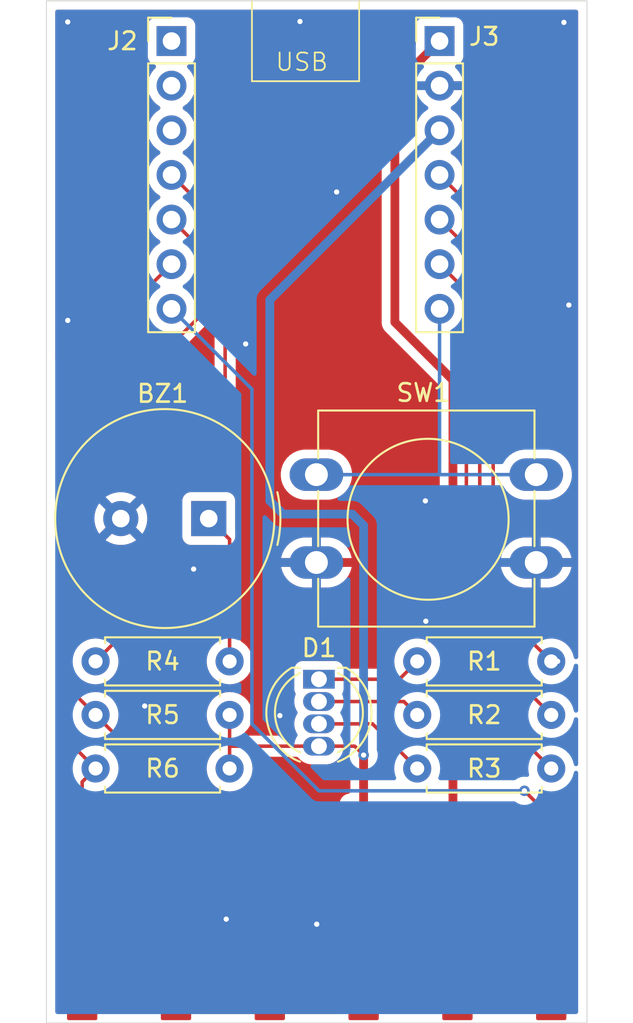
<source format=kicad_pcb>
(kicad_pcb (version 20240108) (generator "pcbnew") (generator_version "8.0")
  (layers (0 "F.Cu" signal) (31 "B.Cu" signal) (34 "B.Paste" user) (35 "F.Paste" user) (36 "B.SilkS" user "B.Silkscreen") (37 "F.SilkS" user "F.Silkscreen") (38 "B.Mask" user) (39 "F.Mask" user) (44 "Edge.Cuts" user))
  (net 0 "")
  (net 1 "Net-(BZ1-+)")
  (net 2 "GND")
  (net 3 "Net-(D1-RK)")
  (net 4 "+3V3")
  (net 5 "Net-(D1-BK)")
  (net 6 "Net-(D1-GK)")
  (net 8 "/SCL")
  (net 9 "/BUZZ")
  (net 11 "/SDA")
  (net 12 "/WP")
  (net 14 "/START")
  (net 15 "+5V")
  (net 16 "/BLUE")
  (net 17 "/RED")
  (net 18 "/GREEN")
  (footprint "Connector_PinHeader_2.54mm:PinHeader_1x07_P2.54mm_Vertical" (layer "F.Cu") (at 108.712 53.086)
    (property "Reference" "J2" (at -2.794 0 0) (layer "F.SilkS"))
    (property "Value" "Conn_01x07")
    (fp_line (start -1.33 -1.33) (end 0 -1.33) (stroke (width 0.12)) (layer "F.SilkS"))
    (fp_line (start -1.33 0) (end -1.33 -1.33) (stroke (width 0.12)) (layer "F.SilkS"))
    (fp_line (start -1.33 1.27) (end -1.33 16.57) (stroke (width 0.12)) (layer "F.SilkS"))
    (fp_line (start -1.33 1.27) (end 1.33 1.27) (stroke (width 0.12)) (layer "F.SilkS"))
    (fp_line (start -1.33 16.57) (end 1.33 16.57) (stroke (width 0.12)) (layer "F.SilkS"))
    (fp_line (start 1.33 1.27) (end 1.33 16.57) (stroke (width 0.12)) (layer "F.SilkS"))
    (pad "1" thru_hole rect (at 0 0) (size 1.7 1.7) (drill 1) (layers "*.Cu" "*.Mask"))
    (pad "2" thru_hole oval (at 0 2.54) (size 1.7 1.7) (drill 1) (layers "*.Cu" "*.Mask"))
    (pad "3" thru_hole oval (at 0 5.08) (size 1.7 1.7) (drill 1) (layers "*.Cu" "*.Mask"))
    (pad "4" thru_hole oval (at 0 7.62) (size 1.7 1.7) (drill 1) (layers "*.Cu" "*.Mask") (net 9 "/BUZZ"))
    (pad "5" thru_hole oval (at 0 10.16) (size 1.7 1.7) (drill 1) (layers "*.Cu" "*.Mask") (net 11 "/SDA"))
    (pad "6" thru_hole oval (at 0 12.7) (size 1.7 1.7) (drill 1) (layers "*.Cu" "*.Mask") (net 8 "/SCL"))
    (pad "7" thru_hole oval (at 0 15.24) (size 1.7 1.7) (drill 1) (layers "*.Cu" "*.Mask") (net 12 "/WP"))
  )
  (footprint "LED_THT:LED_D5.0mm-4_RGB" (layer "F.Cu") (at 117.094 89.408 -90)
    (property "Reference" "D1" (at -1.778 0 180) (layer "F.SilkS"))
    (property "Value" "LED_RGBA")
    (fp_line (start -0.655 1.08) (end -0.655 1.545) (stroke (width 0.12)) (layer "F.SilkS"))
    (fp_line (start -0.655 -1.545) (end -0.655 -1.08) (stroke (width 0.12)) (layer "F.SilkS"))
    (fp_arc (start 4.692815 1.080827) (mid 2.163456 2.978808) (end -0.655 1.54483) (stroke (width 0.12)) (layer "F.SilkS"))
    (fp_arc (start 4.159479 1.080429) (mid 1.904762 2.5) (end -0.349684 1.08) (stroke (width 0.12)) (layer "F.SilkS"))
    (fp_arc (start -0.349684 -1.08) (mid 1.904762 -2.499999) (end 4.159479 -1.080429) (stroke (width 0.12)) (layer "F.SilkS"))
    (fp_arc (start -0.655 -1.54483) (mid 2.163456 -2.978809) (end 4.692815 -1.080827) (stroke (width 0.12)) (layer "F.SilkS"))
    (pad "1" thru_hole rect (at 0 0 270) (size 1.07 1.8) (drill 0.9) (layers "*.Cu" "*.Mask") (net 3 "Net-(D1-RK)"))
    (pad "2" thru_hole oval (at 1.270001 0 270) (size 1.07 1.8) (drill 0.9) (layers "*.Cu" "*.Mask") (net 6 "Net-(D1-GK)"))
    (pad "3" thru_hole oval (at 2.54 0 270) (size 1.07 1.8) (drill 0.9) (layers "*.Cu" "*.Mask") (net 5 "Net-(D1-BK)"))
    (pad "4" thru_hole oval (at 3.81 0 270) (size 1.07 1.8) (drill 0.9) (layers "*.Cu" "*.Mask") (net 4 "+3V3"))
  )
  (footprint "Connector_Wire:SolderWirePad_1x01_SMD_1x2mm" (layer "F.Cu") (at 108.966 97.79)
    (property "Reference" "J1" (hide yes))
    (property "Value" "Conn_01x01")
    (pad "1" smd roundrect (at 0 0) (size 1 2) (layers "F.Cu" "F.Paste" "F.Mask") (net 11 "/SDA"))
  )
  (footprint "Resistor_THT:R_Axial_DIN0207_L6.3mm_D2.5mm_P7.62mm_Horizontal" (layer "F.Cu") (at 122.682 91.44)
    (property "Reference" "R2" (at 3.81 0 0) (layer "F.SilkS"))
    (property "Value" "330")
    (fp_line (start 0.54 -1.37) (end 7.08 -1.37) (stroke (width 0.12)) (layer "F.SilkS"))
    (fp_line (start 0.54 -1.04) (end 0.54 -1.37) (stroke (width 0.12)) (layer "F.SilkS"))
    (fp_line (start 0.54 1.04) (end 0.54 1.37) (stroke (width 0.12)) (layer "F.SilkS"))
    (fp_line (start 0.54 1.37) (end 7.08 1.37) (stroke (width 0.12)) (layer "F.SilkS"))
    (fp_line (start 7.08 -1.37) (end 7.08 -1.04) (stroke (width 0.12)) (layer "F.SilkS"))
    (fp_line (start 7.08 1.37) (end 7.08 1.04) (stroke (width 0.12)) (layer "F.SilkS"))
    (pad "1" thru_hole circle (at 0 0) (size 1.6 1.6) (drill 0.8) (layers "*.Cu" "*.Mask") (net 6 "Net-(D1-GK)"))
    (pad "2" thru_hole oval (at 7.62 0) (size 1.6 1.6) (drill 0.8) (layers "*.Cu" "*.Mask") (net 18 "/GREEN"))
  )
  (footprint "Resistor_THT:R_Axial_DIN0207_L6.3mm_D2.5mm_P7.62mm_Horizontal" (layer "F.Cu") (at 122.682 94.488)
    (property "Reference" "R3" (at 3.81 0 0) (layer "F.SilkS"))
    (property "Value" "330")
    (fp_line (start 0.54 -1.37) (end 7.08 -1.37) (stroke (width 0.12)) (layer "F.SilkS"))
    (fp_line (start 0.54 -1.04) (end 0.54 -1.37) (stroke (width 0.12)) (layer "F.SilkS"))
    (fp_line (start 0.54 1.04) (end 0.54 1.37) (stroke (width 0.12)) (layer "F.SilkS"))
    (fp_line (start 0.54 1.37) (end 7.08 1.37) (stroke (width 0.12)) (layer "F.SilkS"))
    (fp_line (start 7.08 -1.37) (end 7.08 -1.04) (stroke (width 0.12)) (layer "F.SilkS"))
    (fp_line (start 7.08 1.37) (end 7.08 1.04) (stroke (width 0.12)) (layer "F.SilkS"))
    (pad "1" thru_hole circle (at 0 0) (size 1.6 1.6) (drill 0.8) (layers "*.Cu" "*.Mask") (net 5 "Net-(D1-BK)"))
    (pad "2" thru_hole oval (at 7.62 0) (size 1.6 1.6) (drill 0.8) (layers "*.Cu" "*.Mask") (net 16 "/BLUE"))
  )
  (footprint "Button_Switch_THT:SW_PUSH-12mm" (layer "F.Cu") (at 116.95 77.763998)
    (property "Reference" "SW1" (at 6.08 -4.66 0) (layer "F.SilkS"))
    (property "Value" "SW_Push")
    (fp_line (start 0.1 -3.65) (end 12.4 -3.65) (stroke (width 0.12)) (layer "F.SilkS"))
    (fp_line (start 0.1 -0.93) (end 0.1 -3.65) (stroke (width 0.12)) (layer "F.SilkS"))
    (fp_line (start 0.1 4.07) (end 0.1 0.93) (stroke (width 0.12)) (layer "F.SilkS"))
    (fp_line (start 0.1 8.65) (end 0.1 5.93) (stroke (width 0.12)) (layer "F.SilkS"))
    (fp_line (start 12.4 -3.65) (end 12.4 -0.93) (stroke (width 0.12)) (layer "F.SilkS"))
    (fp_line (start 12.4 0.93) (end 12.4 4.070001) (stroke (width 0.12)) (layer "F.SilkS"))
    (fp_line (start 12.4 5.93) (end 12.4 8.65) (stroke (width 0.12)) (layer "F.SilkS"))
    (fp_line (start 12.4 8.65) (end 0.1 8.65) (stroke (width 0.12)) (layer "F.SilkS"))
    (fp_circle (center 6.35 2.54) (end 10.159999 5.08) (stroke (width 0.12)) (fill none) (layer "F.SilkS"))
    (pad "1" thru_hole oval (at 0 0) (size 3.048 1.85) (drill 1.3) (layers "*.Cu" "*.Mask") (net 14 "/START"))
    (pad "1" thru_hole oval (at 12.5 0) (size 3.048 1.85) (drill 1.3) (layers "*.Cu" "*.Mask") (net 14 "/START"))
    (pad "2" thru_hole oval (at 0 5) (size 3.048 1.85) (drill 1.3) (layers "*.Cu" "*.Mask") (net 2 "GND"))
    (pad "2" thru_hole oval (at 12.5 5) (size 3.048 1.85) (drill 1.3) (layers "*.Cu" "*.Mask") (net 2 "GND"))
  )
  (footprint "Resistor_THT:R_Axial_DIN0207_L6.3mm_D2.5mm_P7.62mm_Horizontal" (layer "F.Cu") (at 104.394 88.392)
    (property "Reference" "R4" (at 3.81 0 0) (layer "F.SilkS"))
    (property "Value" "100")
    (fp_line (start 0.54 -1.37) (end 7.08 -1.37) (stroke (width 0.12)) (layer "F.SilkS"))
    (fp_line (start 0.54 -1.04) (end 0.54 -1.37) (stroke (width 0.12)) (layer "F.SilkS"))
    (fp_line (start 0.54 1.04) (end 0.54 1.37) (stroke (width 0.12)) (layer "F.SilkS"))
    (fp_line (start 0.54 1.37) (end 7.08 1.37) (stroke (width 0.12)) (layer "F.SilkS"))
    (fp_line (start 7.08 -1.37) (end 7.08 -1.04) (stroke (width 0.12)) (layer "F.SilkS"))
    (fp_line (start 7.08 1.37) (end 7.08 1.04) (stroke (width 0.12)) (layer "F.SilkS"))
    (pad "1" thru_hole circle (at 0 0) (size 1.6 1.6) (drill 0.8) (layers "*.Cu" "*.Mask") (net 9 "/BUZZ"))
    (pad "2" thru_hole oval (at 7.62 0) (size 1.6 1.6) (drill 0.8) (layers "*.Cu" "*.Mask") (net 1 "Net-(BZ1-+)"))
  )
  (footprint "Connector_PinHeader_2.54mm:PinHeader_1x07_P2.54mm_Vertical" (layer "F.Cu") (at 123.952 53.086)
    (property "Reference" "J3" (at 2.54 -0.254 0) (layer "F.SilkS"))
    (property "Value" "Conn_01x07")
    (fp_line (start -1.33 -1.33) (end 0 -1.33) (stroke (width 0.12)) (layer "F.SilkS"))
    (fp_line (start -1.33 0) (end -1.33 -1.33) (stroke (width 0.12)) (layer "F.SilkS"))
    (fp_line (start -1.33 1.27) (end -1.33 16.57) (stroke (width 0.12)) (layer "F.SilkS"))
    (fp_line (start -1.33 1.27) (end 1.33 1.27) (stroke (width 0.12)) (layer "F.SilkS"))
    (fp_line (start -1.33 16.57) (end 1.33 16.57) (stroke (width 0.12)) (layer "F.SilkS"))
    (fp_line (start 1.33 1.27) (end 1.33 16.57) (stroke (width 0.12)) (layer "F.SilkS"))
    (pad "1" thru_hole rect (at 0 0) (size 1.7 1.7) (drill 1) (layers "*.Cu" "*.Mask") (net 15 "+5V"))
    (pad "2" thru_hole oval (at 0 2.54) (size 1.7 1.7) (drill 1) (layers "*.Cu" "*.Mask") (net 2 "GND"))
    (pad "3" thru_hole oval (at 0 5.08) (size 1.7 1.7) (drill 1) (layers "*.Cu" "*.Mask") (net 4 "+3V3"))
    (pad "4" thru_hole oval (at 0 7.62) (size 1.7 1.7) (drill 1) (layers "*.Cu" "*.Mask") (net 17 "/RED"))
    (pad "5" thru_hole oval (at 0 10.16) (size 1.7 1.7) (drill 1) (layers "*.Cu" "*.Mask") (net 18 "/GREEN"))
    (pad "6" thru_hole oval (at 0 12.7) (size 1.7 1.7) (drill 1) (layers "*.Cu" "*.Mask") (net 16 "/BLUE"))
    (pad "7" thru_hole oval (at 0 15.24) (size 1.7 1.7) (drill 1) (layers "*.Cu" "*.Mask") (net 14 "/START"))
  )
  (footprint "Resistor_THT:R_Axial_DIN0207_L6.3mm_D2.5mm_P7.62mm_Horizontal" (layer "F.Cu") (at 104.394 94.488)
    (property "Reference" "R6" (at 3.81 0 0) (layer "F.SilkS"))
    (property "Value" "10k")
    (fp_line (start 0.54 -1.37) (end 7.08 -1.37) (stroke (width 0.12)) (layer "F.SilkS"))
    (fp_line (start 0.54 -1.04) (end 0.54 -1.37) (stroke (width 0.12)) (layer "F.SilkS"))
    (fp_line (start 0.54 1.04) (end 0.54 1.37) (stroke (width 0.12)) (layer "F.SilkS"))
    (fp_line (start 0.54 1.37) (end 7.08 1.37) (stroke (width 0.12)) (layer "F.SilkS"))
    (fp_line (start 7.08 -1.37) (end 7.08 -1.04) (stroke (width 0.12)) (layer "F.SilkS"))
    (fp_line (start 7.08 1.37) (end 7.08 1.04) (stroke (width 0.12)) (layer "F.SilkS"))
    (pad "1" thru_hole circle (at 0 0) (size 1.6 1.6) (drill 0.8) (layers "*.Cu" "*.Mask") (net 8 "/SCL"))
    (pad "2" thru_hole oval (at 7.62 0) (size 1.6 1.6) (drill 0.8) (layers "*.Cu" "*.Mask") (net 4 "+3V3"))
  )
  (footprint "Buzzer_Beeper:Buzzer_TDK_PS1240P02BT_D12.2mm_H6.5mm" (layer "F.Cu") (at 110.828785 80.264 180)
    (property "Reference" "BZ1" (at 2.624785 7.112 180) (layer "F.SilkS"))
    (property "Value" "Buzzer")
    (fp_arc (start -3.9 1.499999) (mid -4.073431 0) (end -3.9 -1.5) (stroke (width 0.12)) (layer "F.SilkS"))
    (fp_circle (center 2.5 0) (end 8.73 0) (stroke (width 0.12)) (fill none) (layer "F.SilkS"))
    (pad "1" thru_hole rect (at 0 0 180) (size 2 2) (drill 1) (layers "*.Cu" "*.Mask") (net 1 "Net-(BZ1-+)"))
    (pad "2" thru_hole circle (at 5 0 180) (size 2 2) (drill 1) (layers "*.Cu" "*.Mask") (net 2 "GND"))
  )
  (footprint "Resistor_THT:R_Axial_DIN0207_L6.3mm_D2.5mm_P7.62mm_Horizontal" (layer "F.Cu") (at 122.682 88.392)
    (property "Reference" "R1" (at 3.81 0 0) (layer "F.SilkS"))
    (property "Value" "330")
    (fp_line (start 0.54 -1.37) (end 7.08 -1.37) (stroke (width 0.12)) (layer "F.SilkS"))
    (fp_line (start 0.54 -1.04) (end 0.54 -1.37) (stroke (width 0.12)) (layer "F.SilkS"))
    (fp_line (start 0.54 1.04) (end 0.54 1.37) (stroke (width 0.12)) (layer "F.SilkS"))
    (fp_line (start 0.54 1.37) (end 7.08 1.37) (stroke (width 0.12)) (layer "F.SilkS"))
    (fp_line (start 7.08 -1.37) (end 7.08 -1.04) (stroke (width 0.12)) (layer "F.SilkS"))
    (fp_line (start 7.08 1.37) (end 7.08 1.04) (stroke (width 0.12)) (layer "F.SilkS"))
    (pad "1" thru_hole circle (at 0 0) (size 1.6 1.6) (drill 0.8) (layers "*.Cu" "*.Mask") (net 3 "Net-(D1-RK)"))
    (pad "2" thru_hole oval (at 7.62 0) (size 1.6 1.6) (drill 0.8) (layers "*.Cu" "*.Mask") (net 17 "/RED"))
  )
  (footprint "Connector_Wire:SolderWirePad_1x01_SMD_1x2mm" (layer "F.Cu") (at 114.3 97.79)
    (property "Reference" "J5" (hide yes))
    (property "Value" "Conn_01x01")
    (pad "1" smd roundrect (at 0 0) (size 1 2) (layers "F.Cu" "F.Paste" "F.Mask") (net 2 "GND"))
  )
  (footprint "Connector_Wire:SolderWirePad_1x01_SMD_1x2mm" (layer "F.Cu") (at 103.632 97.79)
    (property "Reference" "J4" (hide yes))
    (property "Value" "Conn_01x01")
    (pad "1" smd roundrect (at 0 0) (size 1 2) (layers "F.Cu" "F.Paste" "F.Mask") (net 8 "/SCL"))
  )
  (footprint "Resistor_THT:R_Axial_DIN0207_L6.3mm_D2.5mm_P7.62mm_Horizontal" (layer "F.Cu") (at 104.394 91.44)
    (property "Reference" "R5" (at 3.81 0 0) (layer "F.SilkS"))
    (property "Value" "10k")
    (fp_line (start 0.54 -1.37) (end 7.08 -1.37) (stroke (width 0.12)) (layer "F.SilkS"))
    (fp_line (start 0.54 -1.04) (end 0.54 -1.37) (stroke (width 0.12)) (layer "F.SilkS"))
    (fp_line (start 0.54 1.04) (end 0.54 1.37) (stroke (width 0.12)) (layer "F.SilkS"))
    (fp_line (start 0.54 1.37) (end 7.08 1.37) (stroke (width 0.12)) (layer "F.SilkS"))
    (fp_line (start 7.08 -1.37) (end 7.08 -1.04) (stroke (width 0.12)) (layer "F.SilkS"))
    (fp_line (start 7.08 1.37) (end 7.08 1.04) (stroke (width 0.12)) (layer "F.SilkS"))
    (pad "1" thru_hole circle (at 0 0) (size 1.6 1.6) (drill 0.8) (layers "*.Cu" "*.Mask") (net 11 "/SDA"))
    (pad "2" thru_hole oval (at 7.62 0) (size 1.6 1.6) (drill 0.8) (layers "*.Cu" "*.Mask") (net 4 "+3V3"))
  )
  (footprint "Connector_Wire:SolderWirePad_1x01_SMD_1x2mm" (layer "F.Cu") (at 130.302 97.79)
    (property "Reference" "J8" (hide yes))
    (property "Value" "Conn_01x01")
    (pad "1" smd roundrect (at 0 0) (size 1 2) (layers "F.Cu" "F.Paste" "F.Mask") (net 12 "/WP"))
  )
  (footprint "Connector_Wire:SolderWirePad_1x01_SMD_1x2mm" (layer "F.Cu") (at 124.968 97.79)
    (property "Reference" "J7" (hide yes))
    (property "Value" "Conn_01x01")
    (pad "1" smd roundrect (at 0 0) (size 1 2) (layers "F.Cu" "F.Paste" "F.Mask") (net 15 "+5V"))
  )
  (footprint "Connector_Wire:SolderWirePad_1x01_SMD_1x2mm" (layer "F.Cu") (at 119.634 97.79)
    (property "Reference" "J6" (hide yes))
    (property "Value" "Conn_01x01")
    (pad "1" smd roundrect (at 0 0) (size 1 2) (layers "F.Cu" "F.Paste" "F.Mask") (net 4 "+3V3"))
  )
  (gr_rect (start 108.204 96.52) (end 109.728 108.712) (stroke (width 0.2)) (fill solid) (layer "F.Cu") (net 11))
  (gr_rect (start 129.54 96.52) (end 131.064 108.712) (stroke (width 0.2)) (fill solid) (layer "F.Cu") (net 12))
  (gr_rect (start 124.206 96.52) (end 125.73 108.712) (stroke (width 0.2)) (fill solid) (layer "F.Cu") (net 15))
  (gr_rect (start 113.538 96.52) (end 115.062 108.712) (stroke (width 0.2)) (fill solid) (layer "F.Cu") (net 2))
  (gr_rect (start 118.872 96.52) (end 120.396 108.712) (stroke (width 0.2)) (fill solid) (layer "F.Cu") (net 4))
  (gr_rect (start 102.87 96.52) (end 104.394 108.712) (stroke (width 0.2)) (fill solid) (layer "F.Cu") (net 8))
  (gr_line (start 113.284 55.372) (end 119.38 55.372) (stroke (width 0.1)) (layer "F.SilkS"))
  (gr_line (start 113.284 50.8) (end 113.284 55.372) (stroke (width 0.1)) (layer "F.SilkS"))
  (gr_line (start 119.38 55.372) (end 119.38 50.8) (stroke (width 0.1)) (layer "F.SilkS"))
  (gr_rect (start 101.6 50.8) (end 132.334 108.966) (stroke (width 0.05)) (fill none) (layer "Edge.Cuts"))
  (gr_text "USB" (at 114.554 54.864 0) (layer "F.SilkS") (effects (font (size 1 1) (thickness 0.1)) (justify left bottom)))
  (segment (start 112.014 81.449215) (end 110.828785 80.264) (width 0.2) (layer "F.Cu") (net 1))
  (segment (start 112.014 88.392) (end 112.014 81.449215) (width 0.2) (layer "F.Cu") (net 1))
  (via (at 131.022556 52.024009) (size 0.6) (drill 0.3) (layers "F.Cu" "B.Cu") (net 2))
  (via (at 102.811051 51.998269) (size 0.6) (drill 0.3) (layers "F.Cu" "B.Cu") (net 2))
  (via (at 107.188 90.932) (size 0.6) (drill 0.3) (layers "F.Cu" "B.Cu") (net 2))
  (via (at 102.811051 68.986949) (size 0.6) (drill 0.3) (layers "F.Cu" "B.Cu") (net 2))
  (via (at 111.822857 103.061471) (size 0.6) (drill 0.3) (layers "F.Cu" "B.Cu") (net 2))
  (via (at 116.968284 103.350415) (size 0.6) (drill 0.3) (layers "F.Cu" "B.Cu") (net 2))
  (via (at 116.015889 51.972528) (size 0.6) (drill 0.3) (layers "F.Cu" "B.Cu") (net 2))
  (via (at 112.927038 70.325451) (size 0.6) (drill 0.3) (layers "F.Cu" "B.Cu") (net 2))
  (via (at 123.171727 86.106) (size 0.6) (drill 0.3) (layers "F.Cu" "B.Cu") (net 2))
  (via (at 109.969547 83.138383) (size 0.6) (drill 0.3) (layers "F.Cu" "B.Cu") (net 2))
  (via (at 131.305701 68.111774) (size 0.6) (drill 0.3) (layers "F.Cu" "B.Cu") (net 2))
  (via (at 114.873097 91.478281) (size 0.6) (drill 0.3) (layers "F.Cu" "B.Cu") (net 2))
  (via (at 123.145986 79.257378) (size 0.6) (drill 0.3) (layers "F.Cu" "B.Cu") (net 2))
  (via (at 118.100863 61.676668) (size 0.6) (drill 0.3) (layers "F.Cu" "B.Cu") (net 2))
  (segment (start 117.094 89.408) (end 121.666 89.408) (width 0.2) (layer "F.Cu") (net 3))
  (segment (start 121.666 89.408) (end 122.682 88.392) (width 0.2) (layer "F.Cu") (net 3))
  (segment (start 119.634 102.616) (end 119.634 96.52) (width 0.5) (layer "F.Cu") (net 4))
  (segment (start 112.014 94.488) (end 112.014 93.218) (width 0.2) (layer "F.Cu") (net 4))
  (segment (start 112.014 93.218) (end 112.014 91.44) (width 0.2) (layer "F.Cu") (net 4))
  (segment (start 117.094 93.218) (end 119.126 93.218) (width 0.2) (layer "F.Cu") (net 4))
  (segment (start 119.634 96.52) (end 119.634 93.726) (width 0.5) (layer "F.Cu") (net 4))
  (segment (start 119.126 93.218) (end 119.634 93.726) (width 0.2) (layer "F.Cu") (net 4))
  (segment (start 117.094 93.218) (end 112.014 93.218) (width 0.2) (layer "F.Cu") (net 4))
  (via (at 119.634 93.726) (size 0.6) (drill 0.3) (layers "F.Cu" "B.Cu") (net 4))
  (segment (start 114.3 79.248) (end 114.3 67.818) (width 0.5) (layer "B.Cu") (net 4))
  (segment (start 114.3 67.818) (end 123.952 58.166) (width 0.5) (layer "B.Cu") (net 4))
  (segment (start 118.989546 80.01) (end 115.062 80.01) (width 0.5) (layer "B.Cu") (net 4))
  (segment (start 119.634 93.726) (end 119.634 80.654454) (width 0.5) (layer "B.Cu") (net 4))
  (segment (start 119.634 80.654454) (end 118.989546 80.01) (width 0.5) (layer "B.Cu") (net 4))
  (segment (start 115.062 80.01) (end 114.3 79.248) (width 0.5) (layer "B.Cu") (net 4))
  (segment (start 120.142 91.948) (end 117.094 91.948) (width 0.2) (layer "F.Cu") (net 5))
  (segment (start 122.682 94.488) (end 120.142 91.948) (width 0.2) (layer "F.Cu") (net 5))
  (segment (start 117.094 90.678001) (end 121.920001 90.678001) (width 0.2) (layer "F.Cu") (net 6))
  (segment (start 121.920001 90.678001) (end 122.682 91.44) (width 0.2) (layer "F.Cu") (net 6))
  (segment (start 108.712 65.786) (end 102.362 72.136) (width 0.2) (layer "F.Cu") (net 8))
  (segment (start 102.362 92.456) (end 104.394 94.488) (width 0.2) (layer "F.Cu") (net 8))
  (segment (start 102.362 72.136) (end 102.362 92.456) (width 0.2) (layer "F.Cu") (net 8))
  (segment (start 103.632 95.25) (end 104.394 94.488) (width 0.2) (layer "F.Cu") (net 8))
  (segment (start 103.632 102.616) (end 103.632 95.25) (width 0.2) (layer "F.Cu") (net 8))
  (segment (start 108.458 83.566) (end 108.458 76.708) (width 0.2) (layer "F.Cu") (net 9))
  (segment (start 108.458 84.328) (end 108.458 83.566) (width 0.2) (layer "F.Cu") (net 9))
  (segment (start 111.76 73.406) (end 111.76 63.754) (width 0.2) (layer "F.Cu") (net 9))
  (segment (start 111.76 63.754) (end 108.712 60.706) (width 0.2) (layer "F.Cu") (net 9))
  (segment (start 108.458 76.708) (end 111.76 73.406) (width 0.2) (layer "F.Cu") (net 9))
  (segment (start 104.394 88.392) (end 108.458 84.328) (width 0.2) (layer "F.Cu") (net 9))
  (segment (start 102.87 89.916) (end 102.87 76.2) (width 0.2) (layer "F.Cu") (net 11))
  (segment (start 104.394 91.44) (end 108.966 96.012) (width 0.2) (layer "F.Cu") (net 11))
  (segment (start 110.744 68.326) (end 110.744 65.278) (width 0.2) (layer "F.Cu") (net 11))
  (segment (start 108.966 96.012) (end 108.966 102.616) (width 0.2) (layer "F.Cu") (net 11))
  (segment (start 104.394 91.44) (end 102.87 89.916) (width 0.2) (layer "F.Cu") (net 11))
  (segment (start 102.87 76.2) (end 110.744 68.326) (width 0.2) (layer "F.Cu") (net 11))
  (segment (start 110.744 65.278) (end 108.712 63.246) (width 0.2) (layer "F.Cu") (net 11))
  (segment (start 130.302 102.616) (end 130.302 97.282) (width 0.2) (layer "F.Cu") (net 12))
  (segment (start 130.302 97.282) (end 128.778 95.758) (width 0.2) (layer "F.Cu") (net 12))
  (via (at 128.778 95.758) (size 0.6) (drill 0.3) (layers "F.Cu" "B.Cu") (net 12))
  (segment (start 113.284 91.948) (end 113.284 72.898) (width 0.2) (layer "B.Cu") (net 12))
  (segment (start 113.284 72.898) (end 108.712 68.326) (width 0.2) (layer "B.Cu") (net 12))
  (segment (start 128.778 95.758) (end 117.094 95.758) (width 0.2) (layer "B.Cu") (net 12))
  (segment (start 117.094 95.758) (end 113.284 91.948) (width 0.2) (layer "B.Cu") (net 12))
  (segment (start 129.45 77.763998) (end 123.952 77.763998) (width 0.2) (layer "B.Cu") (net 14))
  (segment (start 123.952 77.763998) (end 116.95 77.763998) (width 0.2) (layer "B.Cu") (net 14))
  (segment (start 123.952 68.326) (end 123.952 77.763998) (width 0.2) (layer "B.Cu") (net 14))
  (segment (start 124.714 102.362) (end 124.714 72.39) (width 0.5) (layer "F.Cu") (net 15))
  (segment (start 121.412 69.088) (end 121.412 55.626) (width 0.5) (layer "F.Cu") (net 15))
  (segment (start 124.714 72.39) (end 121.412 69.088) (width 0.5) (layer "F.Cu") (net 15))
  (segment (start 124.968 102.616) (end 124.714 102.362) (width 0.5) (layer "F.Cu") (net 15))
  (segment (start 121.412 55.626) (end 123.952 53.086) (width 0.5) (layer "F.Cu") (net 15))
  (segment (start 130.302 94.488) (end 125.476 89.662) (width 0.2) (layer "F.Cu") (net 16))
  (segment (start 123.952 65.786) (end 125.476 67.31) (width 0.2) (layer "F.Cu") (net 16))
  (segment (start 125.476 89.662) (end 125.476 88.138) (width 0.2) (layer "F.Cu") (net 16))
  (segment (start 125.476 67.31) (end 125.476 88.138) (width 0.2) (layer "F.Cu") (net 16))
  (segment (start 127 85.09) (end 127 84.328) (width 0.2) (layer "F.Cu") (net 17))
  (segment (start 127 84.328) (end 127 63.754) (width 0.2) (layer "F.Cu") (net 17))
  (segment (start 127 63.754) (end 123.952 60.706) (width 0.2) (layer "F.Cu") (net 17))
  (segment (start 130.302 88.392) (end 127 85.09) (width 0.2) (layer "F.Cu") (net 17))
  (via (at 130.664848 88.38943) (size 0.6) (drill 0.3) (layers "F.Cu" "B.Cu") (net 17))
  (segment (start 126.238 87.376) (end 126.238 84.836) (width 0.2) (layer "F.Cu") (net 18))
  (segment (start 126.238 65.532) (end 126.238 84.836) (width 0.2) (layer "F.Cu") (net 18))
  (segment (start 123.952 63.246) (end 126.238 65.532) (width 0.2) (layer "F.Cu") (net 18))
  (segment (start 130.302 91.44) (end 126.238 87.376) (width 0.2) (layer "F.Cu") (net 18))
  (zone (net 2) (net_name "GND") (layers "F&B.Cu") (connect_pads (clearance 0.5)) (min_thickness 0.25) (fill yes (thermal_gap 0.5) (thermal_bridge_width 0.5))
    (polygon (pts (xy 101.6 50.8) (xy 132.334 50.8) (xy 132.334 108.966) (xy 101.6 108.966)))
  )
)
</source>
